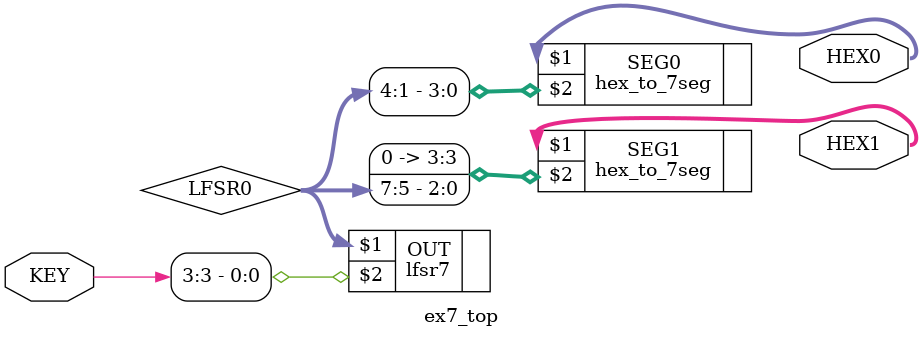
<source format=v>
module ex7_top (
	KEY,
	HEX0,
	HEX1
);

	input	[3:0] KEY;

	output	[6:0]HEX0;
	output	[6:0]HEX1;

	wire 	[7:1]	LFSR0;
	
	lfsr7	OUT(LFSR0, KEY[3]);

	hex_to_7seg 	SEG0 (HEX0, LFSR0[4:1]);
	hex_to_7seg 	SEG1 (HEX1, {1'b0, LFSR0[7:5]});
	
endmodule 
</source>
